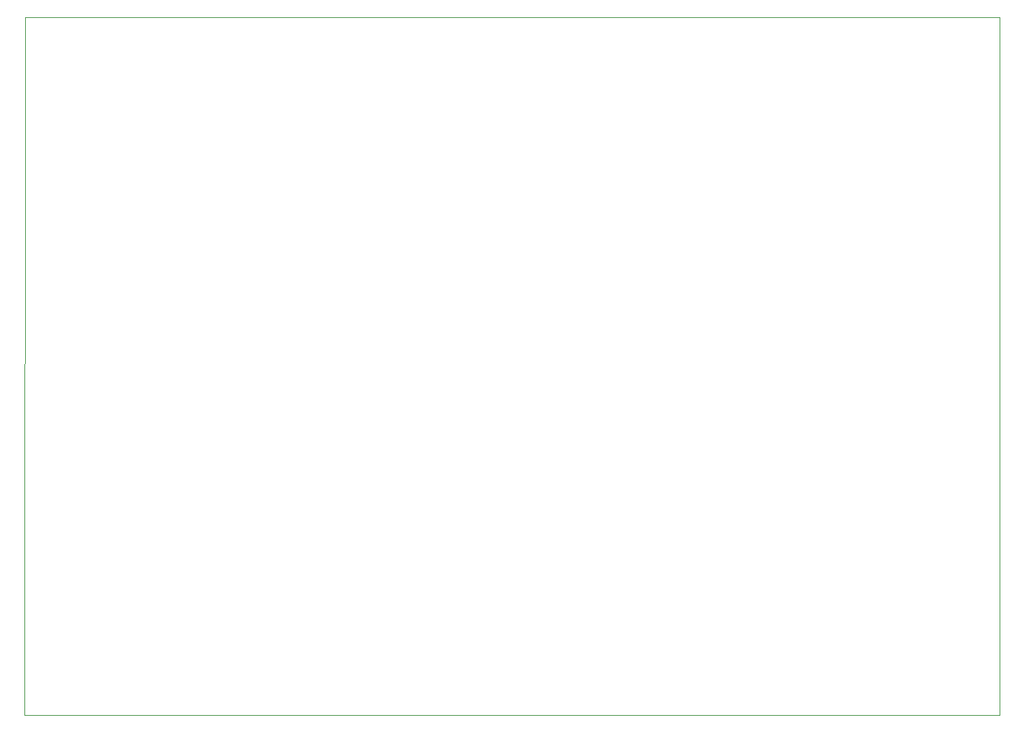
<source format=gbr>
%TF.GenerationSoftware,KiCad,Pcbnew,9.0.0*%
%TF.CreationDate,2026-01-02T12:40:45+01:00*%
%TF.ProjectId,camera,63616d65-7261-42e6-9b69-6361645f7063,rev?*%
%TF.SameCoordinates,Original*%
%TF.FileFunction,Profile,NP*%
%FSLAX46Y46*%
G04 Gerber Fmt 4.6, Leading zero omitted, Abs format (unit mm)*
G04 Created by KiCad (PCBNEW 9.0.0) date 2026-01-02 12:40:45*
%MOMM*%
%LPD*%
G01*
G04 APERTURE LIST*
%TA.AperFunction,Profile*%
%ADD10C,0.050000*%
%TD*%
G04 APERTURE END LIST*
D10*
X71310000Y30880000D02*
X186238982Y30880000D01*
X71310000Y30880000D02*
X71285000Y-51425000D01*
X71285000Y-51425000D02*
X186234000Y-51425000D01*
X186239000Y-51425000D02*
X186238983Y30880000D01*
M02*

</source>
